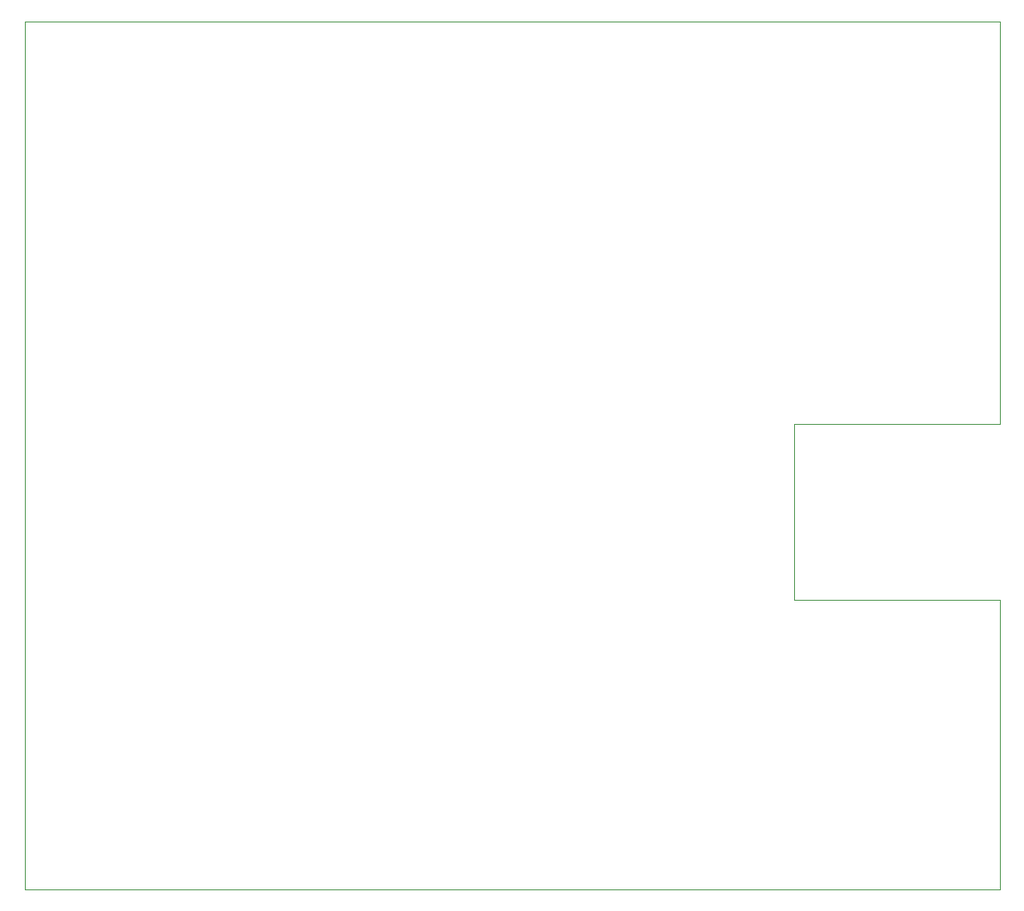
<source format=gbr>
G04 #@! TF.GenerationSoftware,KiCad,Pcbnew,(6.0.2)*
G04 #@! TF.CreationDate,2022-03-13T22:28:38-04:00*
G04 #@! TF.ProjectId,BBB_16_Expansion,4242425f-3136-45f4-9578-70616e73696f,v1*
G04 #@! TF.SameCoordinates,Original*
G04 #@! TF.FileFunction,Profile,NP*
%FSLAX46Y46*%
G04 Gerber Fmt 4.6, Leading zero omitted, Abs format (unit mm)*
G04 Created by KiCad (PCBNEW (6.0.2)) date 2022-03-13 22:28:38*
%MOMM*%
%LPD*%
G01*
G04 APERTURE LIST*
G04 #@! TA.AperFunction,Profile*
%ADD10C,0.050000*%
G04 #@! TD*
G04 APERTURE END LIST*
D10*
X238416000Y-113734000D02*
X238416000Y-143234000D01*
X217416000Y-113734000D02*
X217416000Y-95734000D01*
X238416000Y-143234000D02*
X138916000Y-143234000D01*
X138916000Y-54734000D02*
X238416000Y-54734000D01*
X138916000Y-143234000D02*
X138916000Y-54734000D01*
X238416000Y-113734000D02*
X217416000Y-113734000D01*
X238416000Y-54734000D02*
X238416000Y-95734000D01*
X238416000Y-95734000D02*
X217416000Y-95734000D01*
M02*

</source>
